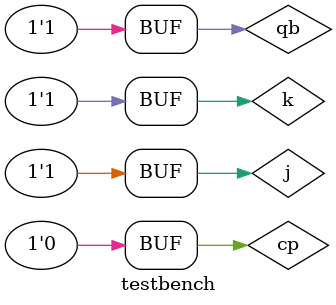
<source format=v>
module jkmaster(j,k,cp,qb,q,t);

input j;
input k;
input cp;
input qb;
output q;
output t;

wire q1,q2,q3,q4,q5,q6;


and a1(q1,j,cp,qb);
and a2(q2,k,cp,~qb);
xor x1(q3,q1,~qb);
xor x2(q4,q2,q3);
and a3(q5,q3,qb,~cp);
and a4(q6,q4,~qb,~cp);
xor x3(q,q5,~qb);
xor x4(t,q6,q);

endmodule

module testbench();

reg j,k,cp,qb;
wire q,t;

jkmaster f1(j,k,cp,qb,q,t);

initial
begin

$monitor("CP = %b : Q[1] = %b : J = %b : K = %b : Q = %b : Q` = %b",cp,qb,j,k,q,t);
$dumpfile("jkmaster.vcd");
$dumpvars;

cp = 1'b1 ; qb = 1'b0;
j = 1'b0 ; k = 1'b0 ; #5 
j = 1'b0 ; k = 1'b1 ; #5 
j = 1'b1 ; k = 1'b0 ; #5 
j = 1'b1 ; k = 1'b1 ; #5 
j = 1'b1 ; k = 1'b1 ; #5
cp = 1'b1 ; qb = 1'b1;
j = 1'b0 ; k = 1'b0 ; #5 
j = 1'b0 ; k = 1'b1 ; #5 
j = 1'b1 ; k = 1'b0 ; #5 
j = 1'b1 ; k = 1'b1 ; #5 
j = 1'b1 ; k = 1'b1 ; #5
cp = 1'b0 ; qb = 1'b0;
j = 1'b0 ; k = 1'b0 ; #5 
j = 1'b0 ; k = 1'b1 ; #5 
j = 1'b1 ; k = 1'b0 ; #5 
j = 1'b1 ; k = 1'b1 ; #5 
j = 1'b1 ; k = 1'b1 ; #5
cp = 1'b0 ; qb = 1'b1;
j = 1'b0 ; k = 1'b0 ; #5 
j = 1'b0 ; k = 1'b1 ; #5 
j = 1'b1 ; k = 1'b0 ; #5 
j = 1'b1 ; k = 1'b1 ; #5 
j = 1'b1 ; k = 1'b1 ; #5
j = 1'b1 ; k = 1'b1 ;

end

endmodule

</source>
